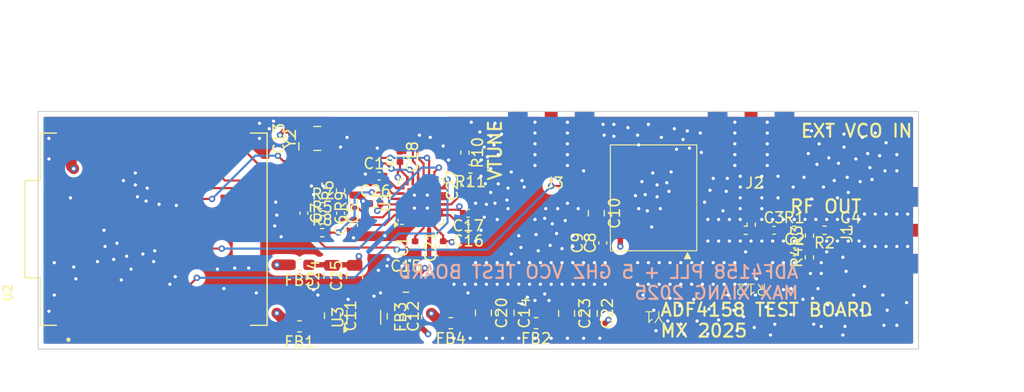
<source format=kicad_pcb>
(kicad_pcb (version 20241229) (generator "pcbnew") (generator_version "9.0")
  (layers (0 "F.Cu" signal) (4 "In1.Cu" signal) (6 "In2.Cu" signal) (2 "B.Cu" signal) (13 "F.Paste" user) (15 "B.Paste" user) (5 "F.SilkS" user "F.Silkscreen") (7 "B.SilkS" user "B.Silkscreen") (1 "F.Mask" user) (3 "B.Mask" user) (25 "Edge.Cuts" user))
  (net 0 "")
  (net 1 "GND")
  (net 2 "Net-(U1-RFINB)")
  (net 3 "Net-(C2-Pad2)")
  (net 4 "Net-(U1-RFINA)")
  (net 5 "Net-(Y1-RFout)")
  (net 6 "Net-(C3-Pad2)")
  (net 7 "Net-(J1-In)")
  (net 8 "Net-(C4-Pad1)")
  (net 9 "Net-(U1-CP)")
  (net 10 "Net-(C5-Pad1)")
  (net 11 "Net-(C3-Pad1)")
  (net 12 "+5V_VCO")
  (net 13 "Net-(U3-VI)")
  (net 14 "+3V3")
  (net 15 "Net-(C14-Pad2)")
  (net 16 "Net-(U1-DVDD)")
  (net 17 "+5V_CP")
  (net 18 "Net-(C27-Pad2)")
  (net 19 "Net-(U1-REFIN)")
  (net 20 "+5V")
  (net 21 "Net-(R1-Pad2)")
  (net 22 "Net-(U1-SW1)")
  (net 23 "Net-(U1-SW2)")
  (net 24 "Net-(U1-RSET)")
  (net 25 "/REF_CLK")
  (net 26 "/SPI_CLK")
  (net 27 "/TXDATA")
  (net 28 "/SPI_CS")
  (net 29 "/MUXOUT")
  (net 30 "/SPI_MOSI")
  (net 31 "/ADF_EN")
  (net 39 "Net-(J3-In)")
  (net 40 "Net-(J2-In)")
  (footprint "0thaumati-footprintslib:ADAMTECH_RF2-143-T-17-50-G" (layer "F.Cu") (at 219.006599 103 90)
    (property "Reference" "J1")
    (property "Value" "SMA-F")
  )
  (footprint "Resistor_SMD:R_0402_1005Metric" (layer "F.Cu") (at 208.907799 103.5 90)
    (property "Reference" "R3")
    (property "Value" "18")
  )
  (footprint "0thaumati-footprintslib:MODULE_102010428" (layer "F.Cu") (at 148.2 102.9 90)
    (property "Reference" "U2")
    (property "Value" "RP2040_XIAO")
  )
  (footprint "Capacitor_SMD:C_0402_1005Metric" (layer "F.Cu") (at 212.707799 103)
    (property "Reference" "C4")
    (property "Value" "100p")
  )
  (footprint "0thaumati-footprintslib:INNOTION_VCO_MODULE_7x9mm" (layer "F.Cu") (at 194.476049 100 180)
    (property "Reference" "Y1")
    (property "Value" "YSGM556006")
  )
  (footprint "Resistor_SMD:R_0402_1005Metric" (layer "F.Cu") (at 210.307799 103 180)
    (property "Reference" "R2")
    (property "Value" "18")
  )
  (footprint "Capacitor_SMD:C_0402_1005Metric" (layer "F.Cu") (at 175 104.5 90)
    (property "Reference" "C21")
    (property "Value" "100n")
  )
  (footprint "Resistor_SMD:R_0402_1005Metric" (layer "F.Cu") (at 165.5025 99.325 90)
    (property "Reference" "R6")
    (property "Value" "DNI")
  )
  (footprint "Capacitor_SMD:C_0805_2012Metric" (layer "F.Cu") (at 164.75 110.912499 -90)
    (property "Reference" "C11")
    (property "Value" "10u")
  )
  (footprint "Inductor_SMD:L_0603_1608Metric_Pad1.05x0.95mm_HandSolder" (layer "F.Cu") (at 161.7 106.2 180)
    (property "Reference" "FB5")
    (property "Value" "BLM18PG121SN1D")
  )
  (footprint "0thaumati-footprintslib:ADAMTECH_RF2-143-T-17-50-G" (layer "F.Cu") (at 203.5 91.993401 180)
    (property "Reference" "J2")
    (property "Value" "SMA-F")
  )
  (footprint "Capacitor_SMD:C_0402_1005Metric" (layer "F.Cu") (at 207.527799 105)
    (property "Reference" "C2")
    (property "Value" "100p")
  )
  (footprint "Capacitor_SMD:C_0402_1005Metric" (layer "F.Cu") (at 166.7025 102.525 90)
    (property "Reference" "C6")
    (property "Value" "680p")
  )
  (footprint "Capacitor_SMD:C_0402_1005Metric" (layer "F.Cu") (at 205.627799 103)
    (property "Reference" "C3")
    (property "Value" "100p")
  )
  (footprint "Capacitor_SMD:C_0805_2012Metric" (layer "F.Cu") (at 166.8 107.2 90)
    (property "Reference" "C25")
    (property "Value" "10u")
  )
  (footprint "Capacitor_SMD:C_0402_1005Metric" (layer "F.Cu") (at 169.073089 97.985589)
    (property "Reference" "C19")
    (property "Value" "100n")
  )
  (footprint "Inductor_SMD:L_0603_1608Metric_Pad1.05x0.95mm_HandSolder" (layer "F.Cu") (at 175.7 111.6 180)
    (property "Reference" "FB4")
    (property "Value" "BLM18PG121SN1D")
  )
  (footprint "Capacitor_SMD:C_0805_2012Metric" (layer "F.Cu") (at 188.525001 110.7 -90)
    (property "Reference" "C22")
    (property "Value" "10u")
  )
  (footprint "Capacitor_SMD:C_0805_2012Metric" (layer "F.Cu") (at 180.825001 110.650001 -90)
    (property "Reference" "C14")
    (property "Value" "10u")
  )
  (footprint "Capacitor_SMD:C_0402_1005Metric" (layer "F.Cu") (at 177.0125 98.845 90)
    (property "Reference" "C27")
    (property "Value" "1n")
  )
  (footprint "Capacitor_SMD:C_0402_1005Metric" (layer "F.Cu") (at 188.576049 104.169323 90)
    (property "Reference" "C9")
    (property "Value" "100n")
  )
  (footprint "Capacitor_SMD:C_0402_1005Metric" (layer "F.Cu") (at 168.7125 100.525)
    (property "Reference" "C26")
    (property "Value" "100n")
  )
  (footprint "Capacitor_SMD:C_0805_2012Metric" (layer "F.Cu") (at 189.176049 101.419324 -90)
    (property "Reference" "C10")
    (property "Value" "10u")
  )
  (footprint "Capacitor_SMD:C_0805_2012Metric" (layer "F.Cu") (at 171.55 108)
    (property "Reference" "C15")
    (property "Value" "10u")
  )
  (footprint "Package_CSP:LFCSP-24-1EP_4x4mm_P0.5mm_EP2.5x2.5mm" (layer "F.Cu") (at 172.9375 100.35 90)
    (property "Reference" "U1")
    (property "Value" "ADF4158")
  )
  (footprint "Capacitor_SMD:C_0402_1005Metric" (layer "F.Cu") (at 160.95 94.5 90)
    (property "Reference" "C13")
    (property "Value" "100n")
  )
  (footprint "Capacitor_SMD:C_0805_2012Metric" (layer "F.Cu") (at 164.7 107.2 90)
    (property "Reference" "C24")
    (property "Value" "10u")
  )
  (footprint "Inductor_SMD:L_0603_1608Metric_Pad1.05x0.95mm_HandSolder" (layer "F.Cu") (at 161.7 111.9 180)
    (property "Reference" "FB1")
    (property "Value" "BLM18PG121SN1D")
  )
  (footprint "Resistor_SMD:R_0402_1005Metric" (layer "F.Cu") (at 177.0125 95.815001 -90)
    (property "Reference" "R10")
    (property "Value" "18")
  )
  (footprint "Resistor_SMD:R_0402_1005Metric" (layer "F.Cu") (at 163.8025 103.225)
    (property "Reference" "R8")
    (property "Value" "DNI")
  )
  (footprint "Resistor_SMD:R_0402_1005Metric" (layer "F.Cu") (at 177.522499 97.325 180)
    (property "Reference" "R11")
    (property "Value" "51")
  )
  (footprint "Capacitor_SMD:C_0402_1005Metric" (layer "F.Cu") (at 177.3125 101.425 180)
    (property "Reference" "C17")
    (property "Value" "100n")
  )
  (footprint "Capacitor_SMD:C_0402_1005Metric" (layer "F.Cu") (at 177.3325 102.825 180)
    (property "Reference" "C16")
    (property "Value" "100n")
  )
  (footprint "0thaumati-footprintslib:R_0402_SELECT_MIRRORED" (layer "F.Cu") (at 203.52 103 180)
    (property "Reference" "R12")
    (property "Value" "~")
  )
  (footprint "Resistor_SMD:R_0402_1005Metric" (layer "F.Cu") (at 207.497799 103)
    (property "Reference" "R1")
    (property "Value" "18")
  )
  (footprint "Inductor_SMD:L_0603_1608Metric_Pad1.05x0.95mm_HandSolder" (layer "F.Cu") (at 172.5 111.025001 90)
    (property "Reference" "FB3")
    (property "Value" "BLM18PG121SN1D")
  )
  (footprint "Capacitor_SMD:C_0402_1005Metric" (layer "F.Cu") (at 189.776049 104.169323 90)
    (property "Reference" "C8")
    (property "Value" "100p")
  )
  (footprint "Resistor_SMD:R_0402_1005Metric" (layer "F.Cu") (at 208.907799 105.509999 90)
    (property "Reference" "R4")
    (property "Value" "51")
  )
  (footprint "Capacitor_SMD:C_0805_2012Metric" (layer "F.Cu") (at 178.725001 110.650001 -90)
    (property "Reference" "C20")
    (property "Value" "10u")
  )
  (footprint "Capacitor_SMD:C_0402_1005Metric" (layer "F.Cu") (at 165.5025 101.425 -90)
    (property "Reference" "C5")
    (property "Value" "8.2n")
  )
  (footprint "Capacitor_SMD:C_0402_1005Metric" (layer "F.Cu") (at 171 96.2 -90)
    (property "Reference" "C18")
    (property "Value" "100n")
  )
  (footprint "Oscillator:Oscillator_SMD_SeikoEpson_TG2520SMN-xxx-xxxxxx-4Pin_2.5x2.0mm" (layer "F.Cu") (at 163.35 94.5 90)
    (property "Reference" "Y2")
    (property "Value" "TG2520SMN 30.0000M-MCGNNM0")
  )
  (footprint "0thaumati-footprintslib:ADAMTECH_RF2-143-T-17-50-G" (layer "F.Cu") (at 185 91.993401 180)
    (property "Reference" "J3")
    (property "Value" "SMA-F")
  )
  (footprint "Capacitor_SMD:C_0402_1005Metric" (layer "F.Cu") (at 162.1025 101.425 -90)
    (property "Reference" "C7")
    (property "Value" "330p")
  )
  (footprint "Resistor_SMD:R_0402_1005Metric" (layer "F.Cu") (at 163.7925 100.825)
    (property "Reference" "R7")
    (property "Value" "2.4k")
  )
  (footprint "Capacitor_SMD:C_0805_2012Metric" (layer "F.Cu") (at 186.425001 110.7 -90)
    (property "Reference" "C23")
    (property "Value" "10u")
  )
  (footprint "Resistor_SMD:R_0402_1005Metric" (layer "F.Cu") (at 163.8025 102.025)
    (property "Reference" "R5")
    (property "Value" "5.1k")
  )
  (footprint "Package_TO_SOT_SMD:SOT-23" (layer "F.Cu") (at 167.65 111.0625 90)
    (property "Reference" "U3")
    (property "Value" "AP7375-33SA")
  )
  (footprint "Inductor_SMD:L_0603_1608Metric_Pad1.05x0.95mm_HandSolder" (layer "F.Cu") (at 183.6 111.6 180)
    (property "Reference" "FB2")
    (property "Value" "BLM18PG121SN1D")
  )
  (footprint "Capacitor_SMD:C_0805_2012Metric" (layer "F.Cu") (at 170.55 110.9625 -90)
    (property "Reference" "C12")
    (property "Value" "10u")
  )
  (footprint "Resistor_SMD:R_0402_1005Metric" (layer "F.Cu") (at 166.7125 100.315001 90)
    (property "Reference" "R9")
    (property "Value" "5.1k")
  )
  (footprint "Capacitor_SMD:C_0402_1005Metric" (layer "F.Cu") (at 172.4 104.5 90)
    (property "Reference" "C1")
    (property "Value" "100p")
  )
  (gr_rect (start 187.9 102.2) (end 192.2 103.8) (fill yes) (layer "F.Cu") (net 12))
  (gr_rect (start 137.5 92) (end 219 114) (stroke (width 0.1)) (fill no) (layer "Edge.Cuts"))
  (gr_text "RF OUT" (at 207 101.5 0) (layer "F.SilkS") (effects (font (size 1.2 1.2) (thickness 0.2) (bold yes)) (justify left bottom)))
  (gr_text "ADF4158 TEST BOARD\nMX 2025" (at 195 113 0) (layer "F.SilkS") (effects (font (size 1.2 1.2) (thickness 0.2) (bold yes)) (justify left bottom)))
  (gr_text "EXT VCO IN" (at 208 94.5 0) (layer "F.SilkS") (effects (font (size 1.2 1.2) (thickness 0.2) (bold yes)) (justify left bottom)))
  (gr_text "VTUNE" (at 180.5 98.5 90) (layer "F.SilkS") (effects (font (size 1.2 1.2) (thickness 0.2) (bold yes)) (justify left bottom)))
  (gr_text "ADF4158 PLL + 5 GHZ VCO TEST BOARD\nMAX XIANG 2025" (at 208 109.5 0) (layer "B.SilkS") (effects (font (size 1.2 1.2) (thickness 0.2) (bold yes)) (justify left bottom mirror)))
  (via (at 194.7 112.3) (size 0.6) (drill 0.3) (layers "F.Cu" "B.Cu") (net 1))
  (via (at 216 101.5) (size 0.6) (drill 0.3) (layers "F.Cu" "B.Cu") (net 1))
  (via (at 182 113) (size 0.6) (drill 0.3) (layers "F.Cu" "B.Cu") (net 1))
  (via (at 209.1 100.1) (size 0.6) (drill 0.3) (layers "F.Cu" "B.Cu") (net 1))
  (via (at 182.3 98.4) (size 0.6) (drill 0.3) (layers "F.Cu" "B.Cu") (net 1))
  (via (at 194.3 102.7) (size 0.6) (drill 0.3) (layers "F.Cu" "B.Cu") (net 1))
  (via (at 179.8 100.5) (size 0.6) (drill 0.3) (layers "F.Cu" "B.Cu") (net 1))
  (via (at 179 100.6) (size 0.6) (drill 0.3) (layers "F.Cu" "B.Cu") (net 1))
  (via (at 182.2 104.6) (size 0.6) (drill 0.3) (layers "F.Cu" "B.Cu") (net 1))
  (via (at 186.5 93) (size 0.6) (drill 0.3) (layers "F.Cu" "B.Cu") (net 1))
  (via (at 211.6 96.8) (size 0.6) (drill 0.3) (layers "F.Cu" "B.Cu") (net 1))
  (via (at 190.8 94.3) (size 0.6) (drill 0.3) (layers "F.Cu" "B.Cu") (net 1))
  (via (at 208.3 109.4) (size 0.6) (drill 0.3) (layers "F.Cu" "B.Cu") (net 1))
  (via (at 211.5 100) (size 0.6) (drill 0.3) (layers "F.Cu" "B.Cu") (net 1))
  (via (at 202.5 101) (size 0.6) (drill 0.3) (layers "F.Cu" "B.Cu") (net 1))
  (via (at 181.3 105.2) (size 0.6) (drill 0.3) (layers "F.Cu" "B.Cu") (net 1))
  (via (at 192.1 93.5) (size 0.6) (drill 0.3) (layers "F.Cu" "B.Cu") (net 1))
  (via (at 202 97) (size 0.6) (drill 0.3) (layers "F.Cu" "B.Cu") (net 1))
  (via (at 212 112.7) (size 0.6) (drill 0.3) (layers "F.Cu" "B.Cu") (net 1))
  (via (at 204.5 98) (size 0.6) (drill 0.3) (layers "F.Cu" "B.Cu") (net 1))
  (via (at 187 104.5) (size 0.6) (drill 0.3) (layers "F.Cu" "B.Cu") (net 1))
  (via (at 179.4 97.3) (size 0.6) (drill 0.3) (layers "F.Cu" "B.Cu") (net 1))
  (via (at 204.5 102) (size 0.6) (drill 0.3) (layers "F.Cu" "B.Cu") (net 1))
  (via (at 197.3 112.6) (size 0.6) (drill 0.3) (layers "F.Cu" "B.Cu") (net 1))
  (via (at 209.5 102) (size 0.6) (drill 0.3) (layers "F.Cu" "B.Cu") (net 1))
  (via (at 195.1 101) (size 0.6) (drill 0.3) (layers "F.Cu" "B.Cu") (net 1))
  (via (at 207.5 106) (size 0.6) (drill 0.3) (layers "F.Cu" "B.Cu") (net 1))
  (via (at 193.5 109) (size 0.6) (drill 0.3) (layers "F.Cu" "B.Cu") (net 1))
  (via (at 179 106) (size 0.6) (drill 0.3) (layers "F.Cu" "B.Cu") (net 1))
  (via (at 138.5 96.4) (size 0.6) (drill 0.3) (layers "F.Cu" "B.Cu") (net 1))
  (via (at 202.5 99) (size 0.6) (drill 0.3) (layers "F.Cu" "B.Cu") (net 1))
  (via (at 200.5 111.3) (size 0.6) (drill 0.3) (layers "F.Cu" "B.Cu") (net 1))
  (via (at 189 108) (size 0.6) (drill 0.3) (layers "F.Cu" "B.Cu") (net 1))
  (via (at 201 106) (size 0.6) (drill 0.3) (layers "F.Cu" "B.Cu") (net 1))
  (via (at 187 103.5) (size 0.6) (drill 0.3) (layers "F.Cu" "B.Cu") (net 1))
  (via (at 139 106) (size 0.6) (drill 0.3) (layers "F.Cu" "B.Cu") (net 1))
  (via (at 186 104.7) (size 0.6) (drill 0.3) (layers "F.Cu" "B.Cu") (net 1))
  (via (at 183.5 94) (size 0.6) (drill 0.3) (layers "F.Cu" "B.Cu") (net 1))
  (via (at 147.6 99.1) (size 0.6) (drill 0.3) (layers "F.Cu" "B.Cu") (net 1))
  (via (at 204.5 100) (size 0.6) (drill 0.3) (layers "F.Cu" "B.Cu") (net 1))
  (via (at 146.1 106.6) (size 0.6) (drill 0.3) (layers "F.Cu" "B.Cu") (net 1))
  (via (at 169.6 103.5) (size 0.6) (drill 0.3) (layers "F.Cu" "B.Cu") (net 1))
  (via (at 178.8 101.8) (size 0.6) (drill 0.3) (layers "F.Cu" "B.Cu") (net 1))
  (via (at 183.5 113) (size 0.6) (drill 0.3) (layers "F.Cu" "B.Cu") (net 1))
  (via (at 162.8 98.9) (size 0.6) (drill 0.3) (layers "F.Cu" "B.Cu") (net 1))
  (via (at 154.7 108.4) (size 0.6) (drill 0.3) (layers "F.Cu" "B.Cu") (net 1))
  (via (at 193.1 101) (size 0.6) (drill 0.3) (layers "F.Cu" "B.Cu") (net 1))
  (via (at 186.5 94) (size 0.6) (drill 0.3) (layers "F.Cu" "B.Cu") (net 1))
  (via (at 188 113) (size 0.6) (drill 0.3) (layers "F.Cu" "B.Cu") (net 1))
  (via (at 208.4 98.1) (size 0.6) (drill 0.3) (layers "F.Cu" "B.Cu") (net 1))
  (via (at 193 94.2) (size 0.6) (drill 0.3) (layers "F.Cu" "B.Cu") (net 1))
  (via (at 145.2 107.6) (size 0.6) (drill 0.3) (layers "F.Cu" "B.Cu") (net 1))
  (via (at 198.8 94) (size 0.6) (drill 0.3) (layers "F.Cu" "B.Cu") (net 1))
  (via (at 196.9 110) (size 0.6) (drill 0.3) (layers "F.Cu" "B.Cu") (net 1))
  (via (at 180.1 98.7) (size 0.6) (drill 0.3) (layers "F.Cu" "B.Cu") (net 1))
  (via (at 200.5 102) (size 0.6) (drill 0.3) (layers "F.Cu" "B.Cu") (net 1))
  (via (at 193 106) (size 0.6) (drill 0.3) (layers "F.Cu" "B.Cu") (net 1))
  (via (at 215 101.5) (size 0.6) (drill 0.3) (layers "F.Cu" "B.Cu") (net 1))
  (via (at 186.5 95) (size 0.6) (drill 0.3) (layers "F.Cu" "B.Cu") (net 1))
  (via (at 216 104.5) (size 0.6) (drill 0.3) (layers "F.Cu" "B.Cu") (net 1))
  (via (at 197.2 94.6) (size 0.6) (drill 0.3) (layers "F.Cu" "B.Cu") (net 1))
  (via (at 201.3 98.2) (size 0.6) (drill 0.3) (layers "F.Cu" "B.Cu") (net 1))
  (via (at 188 106) (size 0.6) (drill 0.3) (layers "F.Cu" "B.Cu") (net 1))
  (via (at 178.9 98.7) (size 0.6) (drill 0.3) (layers "F.Cu" "B.Cu") (net 1))
  (via (at 185.6 101) (size 0.6) (drill 0.3) (layers "F.Cu" "B.Cu") (net 1))
  (via (at 169.9 105.7) (size 0.6) (drill 0.3) (layers "F.Cu" "B.Cu") (net 1))
  (via (at 181 101) (size 0.6) (drill 0.3) (layers "F.Cu" "B.Cu") (net 1))
  (via (at 213.8 94.4) (size 0.6) (drill 0.3) (layers "F.Cu" "B.Cu") (net 1))
  (via (at 138.5 94.5) (size 0.6) (drill 0.3) (layers "F.Cu" "B.Cu") (net 1))
  (via (at 217.9 109.7) (size 0.6) (drill 0.3) (layers "F.Cu" "B.Cu") (net 1))
  (via (at 199.7 99.3) (size 0.6) (drill 0.3) (layers "F.Cu" "B.Cu") (net 1))
  (via (at 196 106) (size 0.6) (drill 0.3) (layers "F.Cu" "B.Cu") (net 1))
  (via (at 154.1 106.6) (size 0.6) (drill 0.3) (layers "F.Cu" "B.Cu") (net 1))
  (via (at 206.5 106) (size 0.6) (drill 0.3) (layers "F.Cu" "B.Cu") (net 1))
  (via (at 180 106) (size 0.6) (drill 0.3) (layers "F.Cu" "B.Cu") (net 1))
  (via (at 158 93.1) (size 0.6) (drill 0.3) (layers "F.Cu" "B.Cu") (net 1))
  (via (at 204.5 104) (size 0.6) (drill 0.3) (layers "F.Cu" "B.Cu") (net 1))
  (via (at 214.5 110.8) (size 0.6) (drill 0.3) (layers "F.Cu" "B.Cu") (net 1))
  (via (at 187.5 101) (size 0.6) (drill 0.3) (layers "F.Cu" "B.Cu") (net 1))
  (via (at 187 106) (size 0.6) (drill 0.3) (layers "F.Cu" "B.Cu") (net 1))
  (via (at 184.4 108.9) (size 0.6) (drill 0.3) (layers "F.Cu" "B.Cu") (net 1))
  (via (at 197 108) (size 0.6) (drill 0.3) (layers "F.Cu" "B.Cu") (net 1))
  (via (at 212.4 98.1) (size 0.6) (drill 0.3) (layers "F.Cu" "B.Cu") (net 1))
  (via (at 176 108) (size 0.6) (drill 0.3) (layers "F.Cu" "B.Cu") (net 1))
  (via (at 193.7 99.7) (size 0.6) (drill 0.3) (layers "F.Cu" "B.Cu") (net 1))
  (via (at 146.5 98.8) (size 0.6) (drill 0.3) (layers "F.Cu" "B.Cu") (net 1))
  (via (at 173.8 94.4) (size 0.6) (drill 0.3) (layers "F.Cu" "B.Cu") (net 1))
  (via (at 209.2 109.3) (size 0.6) (drill 0.3) (layers "F.Cu" "B.Cu") (net 1))
  (via (at 150.3 100.7) (size 0.6) (drill 0.3) (layers "F.Cu" "B.Cu") (net 1))
  (via (at 199.6 110.3) (size 0.6) (drill 0.3) (layers "F.Cu" "B.Cu") (net 1))
  (via (at 197.8 95.4) (size 0.6) (drill 0.3) (layers "F.Cu" "B.Cu") (net 1))
  (via (at 198.2 109.4) (size 0.6) (drill 0.3) (layers "F.Cu" "B.Cu") (net 1))
  (via (at 169 106.7) (size 0.6) (drill 0.3) (layers "F.Cu" "B.Cu") (net 1))
  (via (at 203.8 112) (size 0.6) (drill 0.3) (layers "F.Cu" "B.Cu") (net 1))
  (via (at 180.9 100.2) (size 0.6) (drill 0.3) (layers "F.Cu" "B.Cu") (net 1))
  (via (at 205 94) (size 0.6) (drill 0.3) (layers "F.Cu" "B.Cu") (net 1))
  (via (at 141 107.5) (size 0.6) (drill 0.3) (layers "F.Cu" "B.Cu") (net 1))
  (via (at 211.5 102) (size 0.6) (drill 0.3) (layers "F.Cu" "B.Cu") (net 1))
  (via (at 206.5 108.5) (size 0.6) (drill 0.3) (layers "F.Cu" "B.Cu") (net 1))
  (via (at 195 106) (size 0.6) (drill 0.3) (layers "F.Cu" "B.Cu") (net 1))
  (via (at 143.6 103) (size 0.6) (drill 0.3) (layers "F.Cu" "B.Cu") (net 1))
  (via (at 213.7 110.4) (size 0.6) (drill 0.3) (layers "F.Cu" "B.Cu") (net 1))
  (via (at 205 96) (size 0.6) (drill 0.3) (layers "F.Cu" "B.Cu") (net 1))
  (via (at 215.4 96.1) (size 0.6) (drill 0.3) (layers "F.Cu" "B.Cu") (net 1))
  (via (at 193.9 101.2) (size 0.6) (drill 0.3) (layers "F.Cu" "B.Cu") (net 1))
  (via (at 205 97) (size 0.6) (drill 0.3) (layers "F.Cu" "B.Cu") (net 1))
  (via (at 188 97.5) (size 0.6) (drill 0.3) (layers "F.Cu" "B.Cu") (net 1))
  (via (at 211.2 98.4) (size 0.6) (drill 0.3) (layers "F.Cu" "B.Cu") (net 1))
  (via (at 207.5 102) (size 0.6) (drill 0.3) (layers "F.Cu" "B.Cu") (net 1))
  (via (at 182 106) (size 0.6) (drill 0.3) (layers "F.Cu" "B.Cu") (net 1))
  (via (at 183.5 102) (size 0.6) (drill 0.3) (layers "F.Cu" "B.Cu") (net 1))
  (via (at 166.2 109.4) (size 0.6) (drill 0.3) (layers "F.Cu" "B.Cu") (net 1))
  (via (at 218 104.5) (size 0.6) (drill 0.3) (layers "F.Cu" "B.Cu") (net 1))
  (via (at 184 108) (size 0.6) (drill 0.3) (layers "F.Cu" "B.Cu") (net 1))
  (via (at 203 108) (size 0.6) (drill 0.3) (layers "F.Cu" "B.Cu") (net 1))
  (via (at 173.5375 99.75) (size 0.6) (drill 0.3) (layers "F.Cu" "B.Cu") (net 1))
  (via (at 204.9 110.1) (size 0.6) (drill 0.3) (layers "F.Cu" "B.Cu") (net 1))
  (via (at 139 109) (size 0.6) (drill 0.3) (layers "F.Cu" "B.Cu") (net 1))
  (via (at 180.4 94.1) (size 0.6) (drill 0.3) (layers "F.Cu" "B.Cu") (net 1))
  (via (at 214 104.5) (size 0.6) (drill 0.3) (layers "F.Cu" "B.Cu") (net 1))
  (via (at 202.5 98) (size 0.6) (drill 0.3) (layers "F.Cu" "B.Cu") (net 1))
  (via (at 209.7 108.4) (size 0.6) (drill 0.3) (layers "F.Cu" "B.Cu") (net 1))
  (via (at 198 108) (size 0.6) (drill 0.3) (layers "F.Cu" "B.Cu") (net 1))
  (via (at 214.3 95.9) (size 0.6) (drill 0.3) (layers "F.Cu" "B.Cu") (net 1))
  (via (at 207.2 110.8) (size 0.6) (drill 0.3) (layers "F.Cu" "B.Cu") (net 1))
  (via (at 214 101.5) (size 0.6) (drill 0.3) (layers "F.Cu" "B.Cu") (net 1))
  (via (at 202 93) (size 0.6) (drill 0.3) (layers "F.Cu" "B.Cu") (net 1))
  (via (at 217 96) (size 0.6) (drill 0.3) (layers "F.Cu" "B.Cu") (net 1))
  (via (at 207.2 108.4) (size 0.6) (drill 0.3) (layers "F.Cu" "B.Cu") (net 1))
  (via (at 181 108) (size 0.6) (drill 0.3) (layers "F.Cu" "B.Cu") (net 1))
  (via (at 187 108) (size 0.6) (drill 0.3) (layers "F.Cu" "B.Cu") (net 1))
  (via (at 195.8 111.4) (size 0.6) (drill 0.3) (layers "F.Cu" "B.Cu") (net 1))
  (via (at 148.7 100.6) (size 0.6) (drill 0.3) (layers "F.Cu" "B.Cu") (net 1))
  (via (at 195 108) (size 0.6) (drill 0.3) (layers "F.Cu" "B.Cu") (net 1))
  (via (at 213.5 104) (size 0.6) (drill 0.3) (layers "F.Cu" "B.Cu") (net 1))
  (via (at 217 111.8) (size 0.6) (drill 0.3) (layers "F.Cu" "B.Cu") (net 1))
  (via (at 171.9 105.8) (size 0.6) (drill 0.3) (layers "F.Cu" "B.Cu") (net 1))
  (via (at 180.5 113) (size 0.6) (drill 0.3) (layers "F.Cu" "B.Cu") (net 1))
  (via (at 206.5 104) (size 0.6) (drill 0.3) (layers "F.Cu" "B.Cu") (net 1))
  (via (at 171.2 106.3) (size 0.6) (drill 0.3) (layers "F.Cu" "B.Cu") (net 1))
  (via (at 202 94) (size 0.6) (drill 0.3) (layers "F.Cu" "B.Cu") (net 1))
  (via (at 211.5 104) (size 0.6) (drill 0.3) (layers "F.Cu" "B.Cu") (net 1))
  (via (at 159.3 92.9) (size 0.6) (drill 0.3) (layers "F.Cu" "B.Cu") (net 1))
  (via (at 201 108) (size 0.6) (drill 0.3) (layers "F.Cu" "B.Cu") (net 1))
  (via (at 179.8 93.1) (size 0.6) (drill 0.3) (layers "F.Cu" "B.Cu") (net 1))
  (via (at 178 100.5) (size 0.6) (drill 0.3) (layers "F.Cu" "B.Cu") (net 1))
  (via (at 201.9 110.4) (size 0.6) (drill 0.3) (layers "F.Cu" "B.Cu") (net 1))
  (via (at 213.5 102) (size 0.6) (drill 0.3) (layers "F.Cu" "B.Cu") (net 1))
  (via (at 183.6 103.4) (size 0.6) (drill 0.3) (layers "F.Cu" "B.Cu") (net 1))
  (via (at 215.9 97.5) (size 0.6) (drill 0.3) (layers "F.Cu" "B.Cu") (net 1))
  (via (at 172.8 94.2) (size 0.6) (drill 0.3) (layers "F.Cu" "B.Cu") (net 1))
  (via (at 214.5 97.2) (size 0.6) (drill 0.3) (layers "F.Cu" "B.Cu") (net 1))
  (via (at 202 108) (size 0.6) (drill 0.3) (layers "F.Cu" "B.Cu") (net 1))
  (via (at 169.8 106.3) (size 0.6) (drill 0.3) (layers "F.Cu" "B.Cu") (net 1))
  (via (at 177.6 93) (size 0.6) (drill 0.3) (layers "F.Cu" "B.Cu") (net 1))
  (via (at 205 95) (size 0.6) (drill 0.3) (layers "F.Cu" "B.Cu") (net 1))
  (via (at 200 108) (size 0.6) (drill 0.3) (layers "F.Cu" "B.Cu") (net 1))
  (via (at 194.8 98.8) (size 0.6) (drill 0.3) (layers "F.Cu" "B.Cu") (net 1))
  (via (at 165.5 95.3) (size 0.6) (drill 0.3) (layers "F.Cu" "B.Cu") (net 1))
  (via (at 212.2 111.9) (size 0.6) (drill 0.3) (layers "F.Cu" "B.Cu") (net 1))
  (via (at 179.4 94.3) (size 0.6) (drill 0.3) (layers "F.Cu" "B.Cu") (net 1))
  (via (at 179 113) (size 0.6) (drill 0.3) (layers "F.Cu" "B.Cu") (net 1))
  (via (at 196 109.3) (size 0.6) (drill 0.3) (layers "F.Cu" "B.Cu") (net 1))
  (via (at 212 105.5) (size 0.6) (drill 0.3) (layers "F.Cu" "B.Cu") (net 1))
  (via (at 186 108) (size 0.6) (drill 0.3) (layers "F.Cu" "B.Cu") (net 1))
  (via (at 201.5 104) (size 0.6) (drill 0.3) (layers "F.Cu" "B.Cu") (net 1))
  (via (at 184 106) (size 0.6) (drill 0.3) (layers "F.Cu" "B.Cu") (net 1))
  (via (at 140.8 106.4) (size 0.6) (drill 0.3) (layers "F.Cu" "B.Cu") (net 1))
  (via (at 198.5 111.4) (size 0.6) (drill 0.3) (layers "F.Cu" "B.Cu") (net 1))
  (via (at 211.4 110.8) (size 0.6) (drill 0.3) (layers "F.Cu" "B.Cu") (net 1))
  (via (at 163.4 109) (size 0.6) (drill 0.3) (layers "F.Cu" "B.Cu") (net 1))
  (via (at 178.5 103) (size 0.6) (drill 0.3) (layers "F.Cu" "B.Cu") (net 1))
  (via (at 150.2 107.3) (size 0.6) (drill 0.3) (layers "F.Cu" "B.Cu") (net 1))
  (via (at 213.2 96.4) (size 0.6) (drill 0.3) (layers "F.Cu" "B.Cu") (net 1))
  (via (at 195.2 94.4) (size 0.6) (drill 0.3) (layers "F.Cu" "B.Cu") (net 1))
  (via (at 148.2 105.9) (size 0.6) (drill 0.3) (layers "F.Cu" "B.Cu") (net 1))
  (via (at 205.3 112.7) (size 0.6) (drill 0.3) (layers "F.Cu" "B.Cu") (net 1))
  (via (at 205.5 104) (size 0.6) (drill 0.3) (layers "F.Cu" "B.Cu") (net 1))
  (via (at 143 105.9) (size 0.6) (drill 0.3) (layers "F.Cu" "B.Cu") (net 1))
  (via (at 209.1 93.8) (size 0.6) (drill 0.3) (layers "F.Cu" "B.Cu") (net 1))
  (via (at 178 108) (size 0.6) (drill 0.3) (layers "F.Cu" "B.Cu") (net 1))
  (via (at 169.2 108.8) (size 0.6) (drill 0.3) (layers "F.Cu" "B.Cu") (net 1))
  (via (at 210.6 93.5) (size 0.6) (drill 0.3) (layers "F.Cu" "B.Cu") (net 1))
  (via (at 178.8 95.3) (size 0.6) (drill 0.3) (layers "F.Cu" "B.Cu") (net 1))
  (via (at 158 94.5) (size 0.6) (drill 0.3) (layers "F.Cu" "B.Cu") (net 1))
  (via (at 185 108) (size 0.6) (drill 0.3) (layers "F.Cu" "B.Cu") (net 1))
  (via (at 184.8 109.5) (size 0.6) (drill 0.3) (layers "F.Cu" "B.Cu") (net 1))
  (via (at 147.5 100.3) (size 0.6) (drill 0.3) (layers "F.Cu" "B.Cu") (net 1))
  (via (at 199 108) (size 0.6) (drill 0.3) (layers "F.Cu" "B.Cu") (net 1))
  (via (at 216 94.9) (size 0.6) (drill 0.3) (layers "F.Cu" "B.Cu") (net 1))
  (via (at 201.2 99.4) (size 0.6) (drill 0.3) (layers "F.Cu" "B.Cu") (net 1))
  (via (at 181 106) (size 0.6) (drill 0.3) (layers "F.Cu" "B.Cu") (net 1))
  (via (at 158.9 93.6) (size 0.6) (drill 0.3) (layers "F.Cu" "B.Cu") (net 1))
  (via (at 160 103.6) (size 0.6) (drill 0.3) (layers "F.Cu" "B.Cu") (net 1))
  (via (at 167.6 100.3) (size 0.6) (drill 0.3) (layers "F.Cu" "B.Cu") (net 1))
  (via (at 196.6 95.5) (size 0.6) (drill 0.3) (layers "F.Cu" "B.Cu") (net 1))
  (via (at 215.7 109) (size 0.6) (drill 0.3) (layers "F.Cu" "B.Cu") (net 1))
  (via (at 206.5 102) (size 0.6) (drill 0.3) (layers "F.Cu" "B.Cu") (net 1))
  (via (at 181 99.1) (size 0.6) (drill 0.3) (layers "F.Cu" "B.Cu") (net 1))
  (via (at 206 98) (size 0.6) (drill 0.3) (layers "F.Cu" "B.Cu") (net 1))
  (via (at 214.7 98.3) (size 0.6) (drill 0.3) (layers "F.Cu" "B.Cu") (net 1))
  (via (at 183.5 95) (size 0.6) (drill 0.3) (layers "F.Cu" "B.Cu") (net 1))
  (via (at 144.5 105.7) (size 0.6) (drill 0.3) (layers "F.Cu" "B.Cu") (net 1))
  (via (at 212.5 99.5) (size 0.6) (drill 0.3) (layers "F.Cu" "B.Cu") (net 1))
  (via (at 186.5 96) (size 0.6) (drill 0.3) (layers "F.Cu" "B.Cu") (net 1))
  (via (at 212.5 104) (size 0.6) (drill 0.3) (layers "F.Cu" "B.Cu") (net 1))
  (via (at 203.9 109) (size 0.6) (drill 0.3) (layers "F.Cu" "B.Cu") (net 1))
  (via (at 189.5 113) (size 0.6) (drill 0.3) (layers "F.Cu" "B.Cu") (net 1))
  (via (at 214 108.2) (size 0.6) (drill 0.3) (layers "F.Cu" "B.Cu") (net 1))
  (via (at 210.5 102) (size 0.6) (drill 0.3) (layers "F.Cu" "B.Cu") (net 1))
  (via (at 196.1 97.6) (size 0.6) (drill 0.3) (layers "F.Cu" "B.Cu") (net 1))
  (via (at 199.5 102) (size 0.6) (drill 0.3) (layers "F.Cu" "B.Cu") (net 1))
  (via (at 183.5 96) (size 0.6) (drill 0.3) (layers "F.Cu" "B.Cu") (net 1))
  (via (at 179 108) (size 0.6) (drill 0.3) (layers "F.Cu" "B.Cu") (net 1))
  (via (at 180 108) (size 0.6) (drill 0.3) (layers "F.Cu" "B.Cu") (net 1))
  (via (at 167.8 97.8) (size 0.6) (drill 0.3) (layers "F.Cu" "B.Cu") (net 1))
  (via (at 193 108) (size 0.6) (drill 0.3) (layers "F.Cu" "B.Cu") (net 1))
  (via (at 212.5 102) (size 0.6) (drill 0.3) (layers "F.Cu" "B.Cu") (net 1))
  (via (at 204 107.5) (size 0.6) (drill 0.3) (layers "F.Cu" "B.Cu") (net 1))
  (via (at 184.9 104.4) (size 0.6) (drill 0.3) (layers "F.Cu" "B.Cu") (net 1))
  (via (at 200 98.2) (size 0.6) (drill 0.3) (layers "F.Cu" "B.Cu") (net 1))
  (via (at 199.5 112.6) (size 0.6) (drill 0.3) (layers "F.Cu" "B.Cu") (net 1))
  (via (at 198.9 95.8) (size 0.6) (drill 0.3) (layers "F.Cu" "B.Cu") (net 1))
  (via (at 202 96) (size 0.6) (drill 0.3) (layers "F.Cu" "B.Cu") (net 1))
  (via (at 179.4 99.5) (size 0.6) (drill 0.3) (layers "F.Cu" "B.Cu") (net 1))
  (via (at 210 107) (size 0.6) (drill 0.3) (layers "F.Cu" "B.Cu") (net 1))
  (via (at 194.5 110.4) (size 0.6) (drill 0.3) (layers "F.Cu" "B.Cu") (net 1))
  (via (at 179.1 96.2) (size 0.6) (drill 0.3) (layers "F.Cu" "B.Cu") (net 1))
  (via (at 217 97.5) (size 0.6) (drill 0.3) (layers "F.Cu" "B.Cu") (net 1))
  (via (at 182.3 109.8) (size 0.6) (drill 0.3) (layers "F.Cu" "B.Cu") (net 1))
  (via (at 143.7 104.5) (size 0.6) (drill 0.3) (layers "F.Cu" "B.Cu") (net 1))
  (via (at 180.1 96) (size 0.6) (drill 0.3) (layers "F.Cu" "B.Cu") (net 1))
  (via (at 145.4 98.4) (size 0.6) (drill 0.3) (layers "F.Cu" "B.Cu") (net 1))
  (via (at 185.5 103.3) (size 0.6) (drill 0.3) (layers "F.Cu" "B.Cu") (net 1))
  (via (at 189.8 93.2) (size 0.6) (drill 0.3) (layers "F.Cu" "B.Cu") (net 1))
  (via (at 186.5 100.5) (size 0.6) (drill 0.3) (layers "F.Cu" "B.Cu") (net 1))
  (via (at 217 101.5) (size 0.6) (drill 0.3) (layers "F.Cu" "B.Cu") (net 1))
  (via (at 195.7 98.6) (size 0.6) (drill 0.3) (layers "F.Cu" "B.Cu") (net 1))
  (via (at 212.1 95.3) (size 0.6) (drill 0.3) (layers "F.Cu" "B.Cu") (net 1))
  (via (at 159.6 101.6) (size 0.6) (drill 0.3) (layers "F.Cu" "B.Cu") (net 1))
  (via (at 209 107) (size 0.6) (drill 0.3) (layers "F.Cu" "B.Cu") (net 1))
  (via (at 196 108) (size 0.6) (drill 0.3) (layers "F.Cu" "B.Cu") (net 1))
  (via (at 209.8 95) (size 0.6) (drill 0.3) (layers "F.Cu" "B.Cu") (net 1))
  (via (at 146.7 99.9) (size 0.6) (drill 0.3) (layers "F.Cu" "B.Cu") (net 1))
  (via (at 178.4 93.9) (size 0.6) (drill 0.3) (layers "F.Cu" "B.Cu") (net 1))
  (via (at 210 106) (size 0.6) (drill 0.3) (layers "F.Cu" "B.Cu") (net 1))
  (via (at 186.3 102.1) (size 0.6) (drill 0.3) (layers "F.Cu" "B.Cu") (net 1))
  (via (at 138.5 110.5) (size 0.6) (drill 0.3) (layers "F.Cu" "B.Cu") (net 1))
  (via (at 155.7 106.5) (size 0.6) (drill 0.3) (layers "F.Cu" "B.Cu") (net 1))
  (via (at 189 106) (size 0.6) (drill 0.3) (layers "F.Cu" "B.Cu") (net 1))
  (via (at 159.5 100.4) (size 0.6) (drill 0.3) (layers "F.Cu" "B.Cu") (net 1))
  (via (at 157 106.5) (size 0.6) (drill 0.3) (layers "F.Cu" "B.Cu") (net 1))
  (via (at 178 104) (size 0.6) (drill 0.3) (layers "F.Cu" "B.Cu") (net 1))
  (via (at 204.5 99) (size 0.6) (drill 0.3) (layers "F.Cu" "B.Cu") (net 1))
  (via (at 178 106) (size 0.6) (drill 0.3) (layers "F.Cu" "B.Cu") (net 1))
  (via (at 182.5 99) (size 0.6) (drill 0.3) (layers "F.Cu" "B.Cu") (net 1))
  (via (at 212.3 106.8) (size 0.6) (drill 0.3) (layers "F.Cu" "B.Cu") (net 1))
  (via (at 190.8 93.2) (size 0.6) (drill 0.3) (layers "F.Cu" "B.Cu") (net 1))
  (via (at 199 106) (size 0.6) (drill 0.3) (layers "F.Cu" "B.Cu") (net 1))
  (via (at 202.5 100) (size 0.6) (drill 0.3) (layers "F.Cu" "B.Cu") (net 1))
  (via (at 186.5 97) (size 0.6) (drill 0.3) (layers "F.Cu" "B.Cu") (net 1))
  (via (at 213 109) (size 0.6) (drill 0.3) (layers "F.Cu" "B.Cu") (net 1))
  (via (at 212.1 94.1) (size 0.6) (drill 0.3) (layers "F.Cu" "B.Cu") (net 1))
  (via (at 194.8 99.9) (size 0.6) (drill 0.3) (layers "F.Cu" "B.Cu") (net 1))
  (via (at 183.5 109.5) (size 0.6) (drill 0.3) (layers "F.Cu" "B.Cu") (net 1))
  (via (at 203 105) (size 0.6) (drill 0.3) (layers "F.Cu" "B.Cu") (net 1))
  (via (at 182 108) (size 0.6) (drill 0.3) (layers "F.Cu" "B.Cu") (net 1))
  (via (at 186 106) (size 0.6) (drill 0.3) (layers "F.Cu" "B.Cu") (net 1))
  (via (at 146.5 97.7) (size 0.6) (drill 0.3) (layers "F.Cu" "B.Cu") (net 1))
  (via (at 183 108) (size 0.6) (drill 0.3) (layers "F.Cu" "B.Cu") (net 1))
  (via (at 166.1 94.4) (size 0.6) (drill 0.3) (layers "F.Cu" "B.Cu") (net 1))
  (via (at 210.5 104) (size 0.6) (drill 0.3) (layers "F.Cu" "B.Cu") (net 1))
  (via (at 183.5 97) (size 0.6) (drill 0.3) (layers "F.Cu" "B.Cu") (net 1))
  (via (at 190 106) (size 0.6) (drill 0.3) (layers "F.Cu" "B.Cu") (net 1))
  (via (at 163 99.7) (size 0.6) (drill 0.3) (layers "F.Cu" "B.Cu") (net 1))
  (via (at 216.1 110.4) (size 0.6) (drill 0.3) (layers "F.Cu" "B.Cu") (net 1))
  (via (at 182.8 109.2) (size 0.6) (drill 0.3) (layers "F.Cu" "B.Cu") (net 1))
  (via (at 205.7 111.7) (size 0.6) (drill 0.3) (layers "F.Cu" "B.Cu") (net 1))
  (via (at 159.4 102.6) (size 0.6) (drill 0.3) (layers "F.Cu" "B.Cu") (net 1))
  (via (at 194 93.2) (size 0.6) (drill 0.3) (layers "F.Cu" "B.Cu") (net 1))
  (via (at 185 113) (size 0.6) (drill 0.3) (layers "F.Cu" "B.Cu") (net 1))
  (via (at 149.7 108) (size 0.6) (drill 0.3) (layers "F.Cu" "B.Cu") (net 1))
  (via (at 178.5 96.5) (size 0.6) (drill 0.3) (layers "F.Cu" "B.Cu") (net 1))
  (via (at 215 94) (size 0.6) (drill 0.3) (layers "F.Cu" "B.Cu") (net 1))
  (via (at 190 108) (size 0.6) (drill 0.3) (layers "F.Cu" "B.Cu") (net 1))
  (via (at 205 93) (size 0.6) (drill 0.3) (layers "F.Cu" "B.Cu") (net 1))
  (via (at 185 106) (size 0.6) (drill 0.3) (layers "F.Cu" "B.Cu") (net 1))
  (via (at 202.5 102) (size 0.6) (drill 0.3) (layers "F.Cu" "B.Cu") (net 1))
  (via (at 194 108) (size 0.6) (drill 0.3) (layers "F.Cu" "B.Cu") (net 1))
  (via (at 196.4 93.6) (size 0.6) (drill 0.3) (layers "F.Cu" "B.Cu") (net 1))
  (via (at 140.5 100) (size 0.6) (drill 0.3) (layers "F.Cu" "B.Cu") (net 1))
  (via (at 203.5 104) (size 0.6) (drill 0.3) (layers "F.Cu" "B.Cu") (net 1))
  (via (at 193.1 95.1) (size 0.6) (drill 0.3) (layers "F.Cu" "B.Cu") (net 1))
  (via (at 188 108) (size 0.6) (drill 0.3) (layers "F.Cu" "B.Cu") (net 1))
  (via (at 202 106) (size 0.6) (drill 0.3) (layers "F.Cu" "B.Cu") (net 1))
  (via (at 209.6 96.9) (size 0.6) (drill 0.3) (layers "F.Cu" "B.Cu") (net 1))
  (via (at 172.3375 99.75) (size 0.6) (drill 0.3) (layers "F.Cu" "B.Cu") (net 1))
  (via (at 201.5 102) (size 0.6) (drill 0.3) (layers "F.Cu" "B.Cu") (net 1))
  (via (at 213.6 98.5) (size 0.6) (drill 0.3) (layers "F.Cu" "B.Cu") (net 1))
  (via (at 175 95.2) (size 0.6) (drill 0.3) (layers "F.Cu" "B.Cu") (net 1))
  (via (at 175.5 96.5) (size 0.6) (drill 0.3) (layers "F.Cu" "B.Cu") (net 1))
  (via (at 185.1 102.4) (size 0.6) (drill 0.3) (layers "F.Cu" "B.Cu") (net 1))
  (via (at 172.3375 100.95) (size 0.6) (drill 0.3) (layers "F.Cu" "B.Cu") (net 1))
  (via (at 184.5 101) (size 0.6) (drill 0.3) (layers "F.Cu" "B.Cu") (net 1))
  (via (at 173.5375 100.95) (size 0.6) (drill 0.3) (layers "F.Cu" "B.Cu") (net 1))
  (via (at 148.3 104.9) (size 0.6) (drill 0.3) (layers "F.Cu" "B.Cu") (net 1))
  (via (at 181.3 97.6) (size 0.6) (drill 0.3) (layers "F.Cu" "B.Cu") (net 1))
  (via (at 210.5 105) (size 0.6) (drill 0.3) (layers "F.Cu" "B.Cu") (net 1))
  (via (at 199.2 100.4) (size 0.6) (drill 0.3) (layers "F.Cu" "B.Cu") (net 1))
  (via (at 178.5 98) (size 0.6) (drill 0.3) (layers "F.Cu" "B.Cu") (net 1))
  (via (at 177 108) (size 0.6) (drill 0.3) (layers "F.Cu" "B.Cu") (net 1))
  (via (at 200 106) (size 0.6) (drill 0.3) (layers "F.Cu" "B.Cu") (net 1))
  (via (at 184.4 101.9) (size 0.6) (drill 0.3) (layers "F.Cu" "B.Cu") (net 1))
  (via (at 193.4 98.5) (size 0.6) (drill 0.3) (layers "F.Cu" "B.Cu") (net 1))
  (via (at 195.9 99.4) (size 0.6) (drill 0.3) (layers "F.Cu" "B.Cu") (net 1))
  (via (at 183.8 104.9) (size 0.6) (drill 0.3) (layers "F.Cu" "B.Cu") (net 1))
  (via (at 202.8 111) (size 0.6) (drill 0.3) (layers "F.Cu" "B.Cu") (net 1))
  (via (at 183 106) (size 0.6) (drill 0.3) (layers "F.Cu" "B.Cu") (net 1))
  (via (at 157.7 108.8) (size 0.6) (drill 0.3) (layers "F.Cu" "B.Cu") (net 1))
  (via (at 145.7 105.4) (size 0.6) (drill 0.3) (layers "F.Cu" "B.Cu") (net 1))
  (via (at 208.5 102) (size 0.6) (drill 0.3) (layers "F.Cu" "B.Cu") (net 1))
  (via (at 209.3 111.7) (size 0.6) (drill 0.3) (layers "F.Cu" "B.Cu") (net 1))
  (via (at 207.4 99) (size 0.6) (drill 0.3) (layers "F.Cu" "B.Cu") (net 1))
  (via (at 205.5 102) (size 0.6) (drill 0.3) (layers "F.Cu" "B.Cu") (net 1))
  (via (at 183.5 93) (size 0.6) (drill 0.3) (layers "F.Cu" "B.Cu") (net 1))
  (via (at 168.9 95.4) (size 0.6) (drill 0.3) (layers "F.Cu" "B.Cu") (net 1))
  (via (at 197 106) (size 0.6) (drill 0.3) (layers "F.Cu" "B.Cu") (net 1))
  (via (at 218 101.5) (size 0.6) (drill 0.3) (layers "F.Cu" "B.Cu") (net 1))
  (via (at 215.8 111.8) (size 0.6) (drill 0.3) (layers "F.Cu" "B.Cu") (net 1))
  (via (at 144.8 104.2) (size 0.6) (drill 0.3) (layers "F.Cu" "B.Cu") (net 1))
  (via (at 217 104.5) (size 0.6) (drill 0.3) (layers "F.Cu" "B.Cu") (net 1))
  (via (at 163.9 98.9) (size 0.6) (drill 0.3) (layers "F.Cu" "B.Cu") (net 1))
  (via (at 194 106) (size 0.6) (drill 0.3) (layers "F.Cu" "B.Cu") (net 1))
  (via (at 168.6 109.1) (size 0.6) (drill 0.3) (layers "F.Cu" "B.Cu") (net 1))
  (via (at 179.7 95.1) (size 0.6) (drill 0.3) (layers "F.Cu" "B.Cu") (net 1))
  (via (at 177.3 108.8) (size 0.6) (drill 0.3) (layers "F.Cu" "B.Cu") (net 1))
  (via (at 192.8 99.8) (size 0.6) (drill 0.3) (layers "F.Cu" "B.Cu") (net 1))
  (via (at 186.5 113) (size 0.6) (drill 0.3) (layers "F.Cu" "B.Cu") (net 1))
  (via (at 176 113) (size 0.6) (drill 0.3) (layers "F.Cu" "B.Cu") (net 1))
  (via (at 197 111.7) (size 0.6) (drill 0.3) (layers "F.Cu" "B.Cu") (net 1))
  (via (at 177.5 113) (size 0.6) (drill 0.3) (layers "F.Cu" "B.Cu") (net 1))
  (via (at 210 111.9) (size 0.6) (drill 0.3) (layers "F.Cu" "B.Cu") (net 1))
  (via (at 163 108.5) (size 0.6) (drill 0.3) (layers "F.Cu" "B.Cu") (net 1))
  (via (at 208.8 95.9) (size 0.6) (drill 0.3) (layers "F.Cu" "B.Cu") (net 1))
  (via (at 198 106) (size 0.6) (drill 0.3) (layers "F.Cu" "B.Cu") (net 1))
  (via (at 180 102) (size 0.6) (drill 0.3) (layers "F.Cu" "B.Cu") (net 1))
  (via (at 202.5 104) (size 0.6) (drill 0.3) (layers "F.Cu" "B.Cu") (net 1))
  (via (at 147.2 105.2) (size 0.6) (drill 0.3) (layers "F.Cu" "B.Cu") (net 1))
  (via (at 204.5 101) (size 0.6) (drill 0.3) (layers "F.Cu" "B.Cu") (net 1))
  (via (at 166.7 103.7) (size 0.6) (drill 0.3) (layers "F.Cu" "B.Cu") (net 1))
  (via (at 206 100) (size 0.6) (drill 0.3) (layers "F.Cu" "B.Cu") (net 1))
  (via (at 199.5 104) (size 0.6) (drill 0.3) (layers "F.Cu" "B.Cu") (net 1))
  (via (at 205.5 106) (size 0.6) (drill 0.3) (layers "F.Cu" "B.Cu") (net 1))
  (via (at 202.2 112.3) (size 0.6) (drill 0.3) (layers "F.Cu" "B.Cu") (net 1))
  (via (at 201.4 109) (size 0.6) (drill 0.3) (layers "F.Cu" "B.Cu") (net 1))
  (via (at 210.6 109.9) (size 0.6) (drill 0.3) (layers "F.Cu" "B.Cu") (net 1))
  (via (at 210.2 99) (size 0.6) (drill 0.3) (layers "F.Cu" "B.Cu") (net 1))
  (via (at 210.7 96.3) (size 0.6) (drill 0.3) (layers "F.Cu" "B.Cu") (net 1))
  (via (at 215 104.5) (size 0.6) (drill 0.3) (layers "F.Cu" "B.Cu") (net 1))
  (via (at 200.5 104) (size 0.6) (drill 0.3) (layers "F.Cu" "B.Cu") (net 1))
  (via (at 207.5 104) (size 0.6) (drill 0.3) (layers "F.Cu" "B.Cu") (net 1))
  (via (at 182 103.5) (size 0.6) (drill 0.3) (layers "F.Cu" "B.Cu") (net 1))
  (via (at 194.4 97.7) (size 0.6) (drill 0.3) (layers "F.Cu" "B.Cu") (net 1))
  (via (at 202 95) (size 0.6) (drill 0.3) (layers "F.Cu" "B.Cu") (net 1))
  (via (at 189.9 94.2) (size 0.6) (drill 0.3) (layers "F.Cu" "B.Cu") (net 1))
  (via (at 200.9 101.2) (size 0.6) (drill 0.3) (layers "F.Cu" "B.Cu") (net 1))
  (via (at 197.6 93.8) (size 0.6) (drill 0.3) (layers "F.Cu" "B.Cu") (net 1))
  (segment (start 173.1875 102.8) (end 172.4 103.5875) (width 0.2) (layer "F.Cu") (net 2))
  (segment (start 172.4 103.5875) (end 172.4 104.02) (width 0.2) (layer "F.Cu") (net 2))
  (segment (start 173.1875 102.2875) (end 173.1875 102.8) (width 0.2) (layer "F.Cu") (net 2))
  (segment (start 208.907799 105) (end 208.007799 105) (width 0.4) (layer "F.Cu") (net 3))
  (segment (start 208.907799 104.009999) (end 208.907799 105) (width 0.4) (layer "F.Cu") (net 3))
  (segment (start 204.8 105) (end 202.8 107) (width 0.4) (layer "F.Cu") (net 4))
  (segment (start 175.2 107) (end 173.7 105.5) (width 0.4) (layer "F.Cu") (net 4))
  (segment (start 173.6875 102.287499) (end 173.6875 103.3875) (width 0.25) (layer "F.Cu") (net 4))
  (segment (start 173.7 105.5) (end 173.7 102.9125) (width 0.4) (layer "F.Cu") (net 4))
  (segment (start 202.8 107) (end 175.2 107) (width 0.4) (layer "F.Cu") (net 4))
  (segment (start 207.047799 105) (end 204.8 105) (width 0.4) (layer "F.Cu") (net 4))
  (segment (start 202.787799 103) (end 197.576049 103) (width 0.4) (layer "F.Cu") (net 5))
  (segment (start 206.987799 103) (end 206.107799 103) (width 0.4) (layer "F.Cu") (net 6))
  (segment (start 217 103) (end 213.187799 103) (width 0.4) (layer "F.Cu") (net 7))
  (segment (start 212.227799 103) (end 210.817798 103) (width 0.4) (layer "F.Cu") (net 8))
  (segment (start 164.3125 102.025) (end 166.6825 102.025) (width 0.2) (layer "F.Cu") (net 9))
  (segment (start 167.445 102.045) (end 166.7025 102.045) (width 0.2) (layer "F.Cu") (net 9))
  (segment (start 170.5 101.6) (end 169.6 102.5) (width 0.2) (layer "F.Cu") (net 9))
  (segment (start 167.9 102.5) (end 167.445 102.045) (width 0.2) (layer "F.Cu") (net 9))
  (segment (start 169.6 102.5) (end 167.9 102.5) (width 0.2) (layer "F.Cu") (net 9))
  (segment (start 166.6825 102.025) (end 166.7025 102.045) (width 0.2) (layer "F.Cu") (net 9))
  (segment (start 171 101.6) (end 170.5 101.6) (width 0.2) (layer "F.Cu") (net 9))
  (segment (start 165.3825 100.825) (end 165.5025 100.945) (width 0.2) (layer "F.Cu") (net 10))
  (segment (start 164.3025 100.825) (end 165.3825 100.825) (width 0.2) (layer "F.Cu") (net 10))
  (segment (start 165.5025 99.834999) (end 165.5025 100.945) (width 0.2) (layer "F.Cu") (net 10))
  (segment (start 205.147799 103) (end 203.807799 103) (width 0.4) (layer "F.Cu") (net 11))
  (segment (start 188.475002 111.6) (end 188.525001 111.649999) (width 0.5) (layer "F.Cu") (net 12))
  (segment (start 184.474999 111.6) (end 188.475002 111.6) (width 0.5) (layer "F.Cu") (net 12))
  (segment (start 191.4 104.5) (end 191.4 103.023951) (width 0.5) (layer "F.Cu") (net 12))
  (segment (start 191.4 103.023951) (end 191.376049 103) (width 0.5) (layer "F.Cu") (net 12))
  (segment (start 188.525001 111.649999) (end 189.950001 111.649999) (width 0.5) (layer "F.Cu") (net 12))
  (segment (start 189.950001 111.649999) (end 190.3 111.3) (width 0.5) (layer "F.Cu") (net 12))
  (via (at 190.3 111.3) (size 0.6) (drill 0.3) (layers "F.Cu" "B.Cu") (net 12))
  (via (at 191.4 104.5) (size 0.6) (drill 0.3) (layers "F.Cu" "B.Cu") (net 12))
  (segment (start 162.574999 111.9) (end 166.6 111.9) (width 0.5) (layer "F.Cu") (net 13))
  (segment (start 166.6 111.9) (end 166.7 112) (width 0.5) (layer "F.Cu") (net 13))
  (segment (start 172.5 111.9) (end 172.9 111.9) (width 0.5) (layer "F.Cu") (net 14))
  (segment (start 168.6 112) (end 172.4 112) (width 0.5) (layer "F.Cu") (net 14))
  (segment (start 161.17 93.8) (end 160.95 94.02) (width 0.2) (layer "F.Cu") (net 14))
  (segment (start 162.3 93.8) (end 161.17 93.8) (width 0.2) (layer "F.Cu") (net 14))
  (segment (start 172.9 111.9) (end 173.6 112.6) (width 0.5) (layer "F.Cu") (net 14))
  (segment (start 159.9 94.2) (end 160.3 93.8) (width 0.5) (layer "F.Cu") (net 14))
  (segment (start 172.4 112) (end 172.5 111.9) (width 0.5) (layer "F.Cu") (net 14))
  (segment (start 160.3 93.8) (end 162.3 93.8) (width 0.5) (layer "F.Cu") (net 14))
  (via (at 159.9 94.2) (size 0.6) (drill 0.3) (layers "F.Cu" "B.Cu") (net 14))
  (via (at 173.6 112.6) (size 0.6) (drill 0.3) (layers "F.Cu" "B.Cu") (net 14))
  (segment (start 176.574999 111.6) (end 182.725001 111.6) (width 0.5) (layer "F.Cu") (net 15))
  (segment (start 170.8 97.6) (end 171 97.4) (width 0.2) (layer "F.Cu") (net 16))
  (segment (start 174.1875 102.6875) (end 175 103.5) (width 0.2) (layer "F.Cu") (net 16))
  (segment (start 170.6675 99.1) (end 169.553089 97.985589) (width 0.2) (layer "F.Cu") (net 16))
  (segment (start 176.5075 101.1) (end 176.5075 100.8075) (width 0.2) (layer "F.Cu") (net 16))
  (segment (start 174.875 101.6) (end 175.6275 101.6) (width 0.2) (layer "F.Cu") (net 16))
  (segment (start 175.72 104.02) (end 175.8 104.1) (width 0.2) (layer "F.Cu") (net 16))
  (segment (start 174.874999 101.1) (end 174.875 101.6) (width 0.2) (layer "F.Cu") (net 16))
  (segment (start 175 104.02) (end 175.72 104.02) (width 0.2) (layer "F.Cu") (net 16))
  (segment (start 172.5 107.3) (end 173.3 106.5) (width 0.5) (layer "F.Cu") (net 16))
  (segment (start 172.5 108) (end 172.5 107.3) (width 0.5) (layer "F.Cu") (net 16))
  (segment (start 175.6275 101.6) (end 176.8525 102.825) (width 0.2) (layer "F.Cu") (net 16))
  (segment (start 174.874999 101.1) (end 176.5075 101.1) (width 0.2) (layer "F.Cu") (net 16))
  (segment (start 176.5075 101.1) (end 176.8325 101.425) (width 0.2) (layer "F.Cu") (net 16))
  (segment (start 171.6875 98.4125) (end 171.6875 98.0875) (width 0.2) (layer "F.Cu") (net 16))
  (segment (start 171.6875 98.0875) (end 171 97.4) (width 0.2) (layer "F.Cu") (net 16))
  (segment (start 171 99.1) (end 170.6675 99.1) (width 0.2) (layer "F.Cu") (net 16))
  (segment (start 174.1875 102.2875) (end 174.1875 102.6875) (width 0.2) (layer "F.Cu") (net 16))
  (segment (start 171 97.4) (end 171 96.68) (width 0.2) (layer "F.Cu") (net 16))
  (segment (start 172.5 110.150002) (end 172.5 108) (width 0.5) (layer "F.Cu") (net 16))
  (segment (start 170.8 98.1) (end 170.8 97.6) (width 0.2) (layer "F.Cu") (net 16))
  (segment (start 176.5075 100.8075) (end 176.5 100.8) (width 0.2) (layer "F.Cu") (net 16))
  (segment (start 171.6875 98.4125) (end 171 99.1) (width 0.2) (layer "F.Cu") (net 16))
  (segment (start 174.875 101.6) (end 174.1875 102.2875) (width 0.2) (layer "F.Cu") (net 16))
  (segment (start 175 103.5) (end 175 104.02) (width 0.2) (layer "F.Cu") (net 16))
  (via (at 176.5 100.8) (size 0.6) (drill 0.3) (layers "F.Cu" "B.Cu") (net 16))
  (via (at 175.8 104.1) (size 0.6) (drill 0.3) (layers "F.Cu" "B.Cu") (net 16))
  (via (at 170.8 98.1) (size 0.6) (drill 0.3) (layers "F.Cu" "B.Cu") (net 16))
  (via (at 173.3 106.5) (size 0.6) (drill 0.3) (layers "F.Cu" "B.Cu") (net 16))
  (segment (start 167.2 105.4) (end 167.2 105.850001) (width 0.5) (layer "F.Cu") (net 17))
  (segment (start 162.574999 106.2) (end 166.749999 106.2) (width 0.5) (layer "F.Cu") (net 17))
  (segment (start 166.749999 106.2) (end 166.8 106.250001) (width 0.5) (layer "F.Cu") (net 17))
  (segment (start 169.2675 100.6) (end 169.1925 100.525) (width 0.2) (layer "F.Cu") (net 17))
  (segment (start 169.1925 100.525) (end 169.1925 100.9075) (width 0.2) (layer "F.Cu") (net 17))
  (segment (start 167.2 105.850001) (end 166.8 106.250001) (width 0.5) (layer "F.Cu") (net 17))
  (segment (start 169.1925 100.9075) (end 168.9 101.2) (width 0.2) (layer "F.Cu") (net 17))
  (segment (start 171 100.6) (end 169.2675 100.6) (width 0.2) (layer "F.Cu") (net 17))
  (via (at 167.2 105.4) (size 0.6) (drill 0.3) (layers "F.Cu" "B.Cu") (net 17))
  (via (at 168.9 101.2) (size 0.6) (drill 0.3) (layers "F.Cu" "B.Cu") (net 17))
  (segment (start 177.0125 96.325) (end 177.0125 98.365) (width 0.2) (layer "F.Cu") (net 18))
  (segment (start 175.7375 100.6) (end 174.875 100.6) (width 0.2) (layer "F.Cu") (net 19))
  (segment (start 177.0125 99.325) (end 175.7375 100.6) (width 0.2) (layer "F.Cu") (net 19))
  (segment (start 140.58 97.08) (end 140.8 97.3) (width 1) (layer "F.Cu") (net 20))
  (segment (start 159.6 110.674999) (end 160.825001 111.9) (width 1) (layer "F.Cu") (net 20))
  (segment (start 160.825001 106.2) (end 159.6 106.2) (width 1) (layer "F.Cu") (net 20))
  (segment (start 140.58 94.8) (end 140.58 97.08) (width 1) (layer "F.Cu") (net 20))
  (segment (start 173.9 110.7) (end 173.925001 110.7) (width 1) (layer "F.Cu") (net 20))
  (segment (start 173.925001 110.7) (end 174.825001 111.6) (width 1) (layer "F.Cu") (net 20))
  (via (at 140.8 97.3) (size 0.6) (drill 0.3) (layers "F.Cu" "B.Cu") (net 20))
  (via (at 159.6 106.2) (size 0.6) (drill 0.3) (layers "F.Cu" "B.Cu") (net 20))
  (via (at 159.6 110.674999) (size 0.6) (drill 0.3) (layers "F.Cu" "B.Cu") (net 20))
  (via (at 173.9 110.7) (size 0.6) (drill 0.3) (layers "F.Cu" "B.Cu") (net 20))
  (segment (start 209.7978 103) (end 208.007799 103) (width 0.4) (layer "F.Cu") (net 21))
  (segment (start 171.000001 99.6) (end 170.3 99.6) (width 0.2) (layer "F.Cu") (net 22))
  (segment (start 169.515001 98.815001) (end 165.5025 98.815001) (width 0.2) (layer "F.Cu") (net 22))
  (segment (start 170.3 99.6) (end 169.515001 98.815001) (width 0.2) (layer "F.Cu") (net 22))
  (segment (start 165.275 103.225) (end 165.3 103.2) (width 0.2) (layer "F.Cu") (net 23))
  (segment (start 170.1 100.1) (end 171 100.1) (width 0.2) (layer "F.Cu") (net 23))
  (segment (start 168.4 99.5) (end 169.5 99.5) (width 0.2) (layer "F.Cu") (net 23))
  (segment (start 169.5 99.5) (end 170.1 100.1) (width 0.2) (layer "F.Cu") (net 23))
  (segment (start 164.312499 103.225) (end 165.275 103.225) (width 0.2) (layer "F.Cu") (net 23))
  (via (at 168.4 99.5) (size 0.6) (drill 0.3) (layers "F.Cu" "B.Cu") (net 23))
  (via (at 165.3 103.2) (size 0.6) (drill 0.3) (layers "F.Cu" "B.Cu") (net 23))
  (segment (start 167.3 99.5) (end 168.4 99.5) (width 0.2) (layer "B.Cu") (net 23))
  (segment (start 166.8 100) (end 167.3 99.5) (width 0.2) (layer "B.Cu") (net 23))
  (segment (start 166.8 101.7) (end 166.8 100) (width 0.2) (layer "B.Cu") (net 23))
  (segment (start 165.3 103.2) (end 166.8 101.7) (width 0.2) (layer "B.Cu") (net 23))
  (segment (start 169.4 101.8) (end 168 101.8) (width 0.2) (layer "F.Cu") (net 24))
  (segment (start 168 101.8) (end 167.025 100.825) (width 0.2) (layer "F.Cu") (net 24))
  (segment (start 170.1 101.1) (end 169.4 101.8) (width 0.2) (layer "F.Cu") (net 24))
  (segment (start 171.000001 101.1) (end 170.1 101.1) (width 0.2) (layer "F.Cu") (net 24))
  (segment (start 167.025 100.825) (end 166.7125 100.825) (width 0.2) (layer "F.Cu") (net 24))
  (segment (start 174.9 93.2) (end 177.005002 95.305002) (width 0.4) (layer "F.Cu") (net 25))
  (segment (start 177.005002 95.305002) (end 177.0125 95.305002) (width 0.4) (layer "F.Cu") (net 25))
  (segment (start 164.4 93.8) (end 165 93.2) (width 0.4) (layer "F.Cu") (net 25))
  (segment (start 165 93.2) (end 174.9 93.2) (width 0.4) (layer "F.Cu") (net 25))
  (segment (start 173.6875 97.6875) (end 173.6875 98.412501) (width 0.2) (layer "F.Cu") (net 26))
  (segment (start 153.28 94.800001) (end 153.28 96.88) (width 0.2) (layer "F.Cu") (net 26))
  (segment (start 159.8 97.9) (end 160.301 97.399) (width 0.2) (layer "F.Cu") (net 26))
  (segment (start 166.999 96.3) (end 170.1 96.3) (width 0.2) (layer "F.Cu") (net 26))
  (segment (start 173.7 96.5) (end 173.7 97.675) (width 0.2) (layer "F.Cu") (net 26))
  (segment (start 173.7 97.675) (end 173.6875 97.6875) (width 0.2) (layer "F.Cu") (net 26))
  (segment (start 173.5 96.3) (end 173.7 96.5) (width 0.2) (layer "F.Cu") (net 26))
  (segment (start 154.8 98.4) (end 159.3 98.4) (width 0.2) (layer "F.Cu") (net 26))
  (segment (start 159.3 98.4) (end 159.8 97.9) (width 0.2) (layer "F.Cu") (net 26))
  (segment (start 165.9 97.399) (end 166.999 96.3) (width 0.2) (layer "F.Cu") (net 26))
  (segment (start 160.301 97.399) (end 165.9 97.399) (width 0.2) (layer "F.Cu") (net 26))
  (segment (start 153.28 96.88) (end 154.8 98.4) (width 0.2) (layer "F.Cu") (net 26))
  (via (at 170.1 96.3) (size 0.6) (drill 0.3) (layers "F.Cu" "B.Cu") (net 26))
  (via (at 173.5 96.3) (size 0.6) (drill 0.3) (layers "F.Cu" "B.Cu") (net 26))
  (segment (start 173.5 96.3) (end 170.1 96.3) (width 0.2) (layer "B.Cu") (net 26))
  (segment (start 152.2 107.4) (end 150.74 108.86) (width 0.2) (layer "F.Cu") (net 27))
  (segment (start 150.74 108.86) (end 150.74 111) (width 0.2) (layer "F.Cu") (net 27))
  (segment (start 175.4 98.575) (end 174.875 99.1) (width 0.2) (layer "F.Cu") (net 27))
  (segment (start 175.4 98.3) (end 175.4 98.575) (width 0.2) (layer "F.Cu") (net 27))
  (via (at 152.2 107.4) (size 0.6) (drill 0.3) (layers "F.Cu" "B.Cu") (net 27))
  (via (at 175.4 98.3) (size 0.6) (drill 0.3) (layers "F.Cu" "B.Cu") (net 27))
  (segment (start 170.9 103.3) (end 174.4 103.3) (width 0.2) (layer "B.Cu") (net 27))
  (segment (start 152.2 107.4) (end 166.8 107.4) (width 0.2) (layer "B.Cu") (net 27))
  (segment (start 166.8 107.4) (end 170.9 103.3) (width 0.2) (layer "B.Cu") (net 27))
  (segment (start 174.4 103.3) (end 175.4 102.3) (width 0.2) (layer "B.Cu") (net 27))
  (segment (start 175.4 102.3) (end 175.4 98.3) (width 0.2) (layer "B.Cu") (net 27))
  (segment (start 172.6875 97.0875) (end 172.2 96.6) (width 0.2) (layer "F.Cu") (net 28))
  (segment (start 157.998 96.998) (end 155.82 94.82) (width 0.2) (layer "F.Cu") (net 28))
  (segment (start 168.1319 94.6) (end 165.7339 96.998) (width 0.2) (layer "F.Cu") (net 28))
  (segment (start 165.7339 96.998) (end 157.998 96.998) (width 0.2) (layer "F.Cu") (net 28))
  (segment (start 155.82 94.82) (end 155.82 94.8) (width 0.2) (layer "F.Cu") (net 28))
  (segment (start 172.6875 98.4125) (end 172.6875 97.0875) (width 0.2) (layer "F.Cu") (net 28))
  (segment (start 171.4 94.6) (end 168.1319 94.6) (width 0.2) (layer "F.Cu") (net 28))
  (segment (start 172.2 96.6) (end 172.2 95.4) (width 0.2) (layer "F.Cu") (net 28))
  (segment (start 172.2 95.4) (end 171.4 94.6) (width 0.2) (layer "F.Cu") (net 28))
  (segment (start 150.74 96.74) (end 150.74 94.8) (width 0.2) (layer "F.Cu") (net 29))
  (segment (start 153.1 99.1) (end 150.74 96.74) (width 0.2) (layer "F.Cu") (net 29))
  (segment (start 172.1875 98.412501) (end 172.1875 97.6875) (width 0.2) (layer "F.Cu") (net 29))
  (segment (start 161.1 97.8) (end 159.8 99.1) (width 0.2) (layer "F.Cu") (net 29))
  (segment (start 166.1 97.8) (end 161.1 97.8) (width 0.2) (layer "F.Cu") (net 29))
  (segment (start 172.1875 97.6875) (end 171.9 97.4) (width 0.2) (layer "F.Cu") (net 29))
  (segment (start 169.7 96.8) (end 167.1 96.8) (width 0.2) (layer "F.Cu") (net 29))
  (segment (start 167.1 96.8) (end 166.1 97.8) (width 0.2) (layer "F.Cu") (net 29))
  (segment (start 170.2 97.3) (end 169.7 96.8) (width 0.2) (layer "F.Cu") (net 29))
  (segment (start 159.8 99.1) (end 153.1 99.1) (width 0.2) (layer "F.Cu") (net 29))
  (via (at 171.9 97.4) (size 0.6) (drill 0.3) (layers "F.Cu" "B.Cu") (net 29))
  (via (at 170.2 97.3) (size 0.6) (drill 0.3) (layers "F.Cu" "B.Cu") (net 29))
  (segment (start 170.3 97.4) (end 170.2 97.3) (width 0.2) (layer "B.Cu") (net 29))
  (segment (start 171.9 97.4) (end 170.3 97.4) (width 0.2) (layer "B.Cu") (net 29))
  (segment (start 148.2 97.4) (end 148.2 94.8) (width 0.2) (layer "F.Cu") (net 30))
  (segment (start 160.197 96.597) (end 159.7 96.1) (width 0.2) (layer "F.Cu") (net 30))
  (segment (start 171.5661 94.199) (end 167.898 94.199) (width 0.2) (layer "F.Cu") (net 30))
  (segment (start 172.601 95.2339) (end 171.5661 94.199) (width 0.2) (layer "F.Cu") (net 30))
  (segment (start 165.5 96.597) (end 160.197 96.597) (width 0.2) (layer "F.Cu") (net 30))
  (segment (start 173.1875 98.4125) (end 173.1875 96.837443) (width 0.2) (layer "F.Cu") (net 30))
  (segment (start 172.601 96.250943) (end 172.601 95.2339) (width 0.2) (layer "F.Cu") (net 30))
  (segment (start 153.6 100.1) (end 150.9 100.1) (width 0.2) (layer "F.Cu") (net 30))
  (segment (start 173.1875 96.837443) (end 172.601 96.250943) (width 0.2) (layer "F.Cu") (net 30))
  (segment (start 150.9 100.1) (end 148.2 97.4) (width 0.2) (layer "F.Cu") (net 30))
  (segment (start 167.898 94.199) (end 165.5 96.597) (width 0.2) (layer "F.Cu") (net 30))
  (via (at 153.6 100.1) (size 0.6) (drill 0.3) (layers "F.Cu" "B.Cu") (net 30))
  (via (at 159.7 96.1) (size 0.6) (drill 0.3) (layers "F.Cu" "B.Cu") (net 30))
  (segment (start 157.6 96.1) (end 153.6 100.1) (width 0.2) (layer "B.Cu") (net 30))
  (segment (start 159.7 96.1) (end 157.6 96.1) (width 0.2) (layer "B.Cu") (net 30))
  (segment (start 145.66 109.74) (end 145.66 111) (width 0.2) (layer "F.Cu") (net 31))
  (segment (start 174.1875 97.6125) (end 174.6 97.2) (width 0.2) (layer "F.Cu") (net 31))
  (segment (start 154.5 104.7) (end 150.7 104.7) (width 0.2) (layer "F.Cu") (net 31))
  (segment (start 174.1875 98.4125) (end 174.1875 97.6125) (width 0.2) (layer "F.Cu") (net 31))
  (segment (start 150.7 104.7) (end 145.66 109.74) (width 0.2) (layer "F.Cu") (net 31))
  (via (at 154.5 104.7) (size 0.6) (drill 0.3) (layers "F.Cu" "B.Cu") (net 31))
  (via (at 174.6 97.2) (size 0.6) (drill 0.3) (layers "F.Cu" "B.Cu") (net 31))
  (segment (start 170 101.9) (end 167.2 104.7) (width 0.2) (layer "B.Cu") (net 31))
  (segment (start 174.6 97.2) (end 173 97.2) (width 0.2) (layer "B.Cu") (net 31))
  (segment (start 173 97.2) (end 170 100.2) (width 0.2) (layer "B.Cu") (net 31))
  (segment (start 167.2 104.7) (end 154.5 104.7) (width 0.2) (layer "B.Cu") (net 31))
  (segment (start 170 100.2) (end 170 101.9) (width 0.2) (layer "B.Cu") (net 31))
  (segment (start 164.1 104.6) (end 169.8 104.6) (width 0.2) (layer "F.Cu") (net 39))
  (segment (start 185 98.9) (end 188.7 98.9) (width 0.2) (layer "F.Cu") (net 39))
  (segment (start 163.2925 102.025) (end 163.292501 103.225) (width 0.2) (layer "F.Cu") (net 39))
  (segment (start 163.1725 101.905) (end 163.2925 102.025) (width 0.2) (layer "F.Cu") (net 39))
  (segment (start 169.8 104.6) (end 170.5 104.6) (width 0.2) (layer "F.Cu") (net 39))
  (segment (start 170.5 104.6) (end 170.7 104.8) (width 0.2) (layer "F.Cu") (net 39))
  (segment (start 188.7 98.9) (end 190.6 97) (width 0.2) (layer "F.Cu") (net 39))
  (segment (start 190.6 97) (end 191.376049 97) (width 0.2) (layer "F.Cu") (net 39))
  (segment (start 163.292501 103.225) (end 163.292501 103.792501) (width 0.2) (layer "F.Cu") (net 39))
  (segment (start 163.292501 103.792501) (end 163.8 104.3) (width 0.2) (layer "F.Cu") (net 39))
  (segment (start 162.1025 101.905) (end 163.1725 101.905) (width 0.2) (layer "F.Cu") (net 39))
  (segment (start 163.8 104.3) (end 164.1 104.6) (width 0.2) (layer "F.Cu") (net 39))
  (segment (start 185 98.9) (end 185 94) (width 0.2) (layer "F.Cu") (net 39))
  (via (at 185 98.9) (size 0.6) (drill 0.3) (layers "F.Cu" "B.Cu") (net 39))
  (via (at 170.7 104.8) (size 0.6) (drill 0.3) (layers "F.Cu" "B.Cu") (net 39))
  (segment (start 185 98.9) (end 179.6 104.3) (width 0.2) (layer "B.Cu") (net 39))
  (segment (start 179.1 104.8) (end 170.7 104.8) (width 0.2) (layer "B.Cu") (net 39))
  (segment (start 179.6 104.3) (end 179.1 104.8) (width 0.2) (layer "B.Cu") (net 39))
  (segment (start 203.5 101.96) (end 203.52 101.98) (width 0.5) (layer "F.Cu") (net 40))
  (segment (start 203.5 94) (end 203.5 101.96) (width 0.5) (layer "F.Cu") (net 40))
  (zone (net 1) (net_name "GND") (layers "F.Cu" "B.Cu" "In1.Cu" "In2.Cu") (connect_pads yes (clearance 0.5)) (min_thickness 0.25) (fill yes (thermal_gap 0.5) (thermal_bridge_width 0.5))
    (polygon (pts (xy 134 90) (xy 134 117) (xy 222 117) (xy 222 90)))
  )
)
</source>
